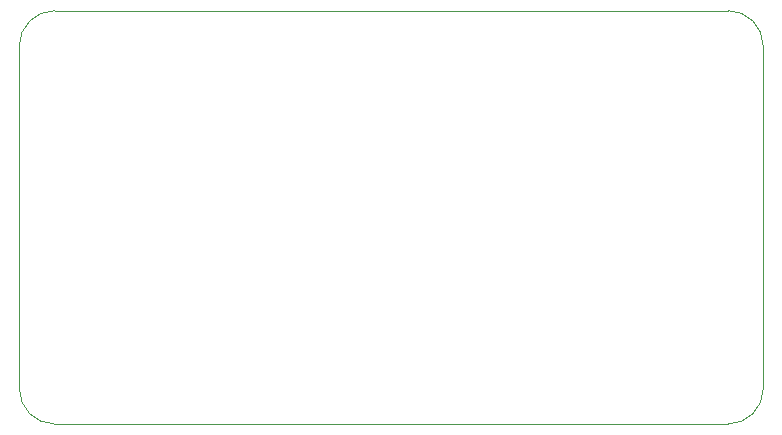
<source format=gbr>
G04 #@! TF.GenerationSoftware,KiCad,Pcbnew,(5.1.5)-3*
G04 #@! TF.CreationDate,2020-06-01T21:13:49+02:00*
G04 #@! TF.ProjectId,CDEHbridgev0.11,43444548-6272-4696-9467-6576302e3131,rev?*
G04 #@! TF.SameCoordinates,Original*
G04 #@! TF.FileFunction,Profile,NP*
%FSLAX46Y46*%
G04 Gerber Fmt 4.6, Leading zero omitted, Abs format (unit mm)*
G04 Created by KiCad (PCBNEW (5.1.5)-3) date 2020-06-01 21:13:49*
%MOMM*%
%LPD*%
G04 APERTURE LIST*
%ADD10C,0.100000*%
G04 APERTURE END LIST*
D10*
X88000000Y-130000000D02*
G75*
G02X85000000Y-133000000I-3000000J0D01*
G01*
X85000000Y-98000000D02*
G75*
G02X88000000Y-101000000I0J-3000000D01*
G01*
X28000000Y-133000000D02*
G75*
G02X25000000Y-130000000I0J3000000D01*
G01*
X25000000Y-101000000D02*
G75*
G02X28000000Y-98000000I3000000J0D01*
G01*
X88000000Y-101000000D02*
X88000000Y-130000000D01*
X28000000Y-98000000D02*
X85000000Y-98000000D01*
X25000000Y-130000000D02*
X25000000Y-101000000D01*
X85000000Y-133000000D02*
X28000000Y-133000000D01*
M02*

</source>
